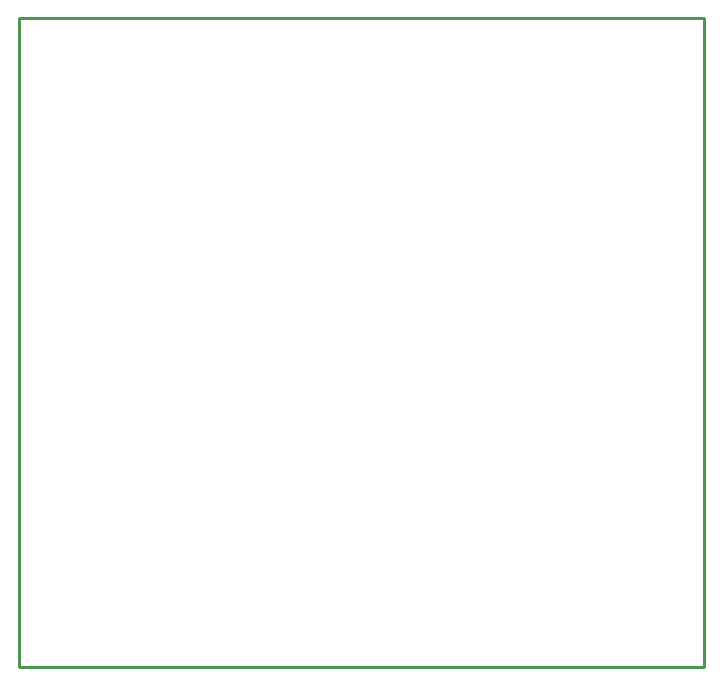
<source format=gko>
G04*
G04 #@! TF.GenerationSoftware,Altium Limited,Altium Designer,21.3.2 (30)*
G04*
G04 Layer_Color=16711935*
%FSTAX24Y24*%
%MOIN*%
G70*
G04*
G04 #@! TF.SameCoordinates,7CAEB1DE-A824-4D29-B8D0-2D7E757E666D*
G04*
G04*
G04 #@! TF.FilePolarity,Positive*
G04*
G01*
G75*
%ADD12C,0.0098*%
%ADD67C,0.0100*%
D12*
X-0Y0D02*
X022835D01*
X-0Y021654D02*
X022835D01*
Y0D02*
Y021654D01*
X-0Y0D02*
Y021654D01*
D67*
X00005Y021654D02*
D03*
M02*

</source>
